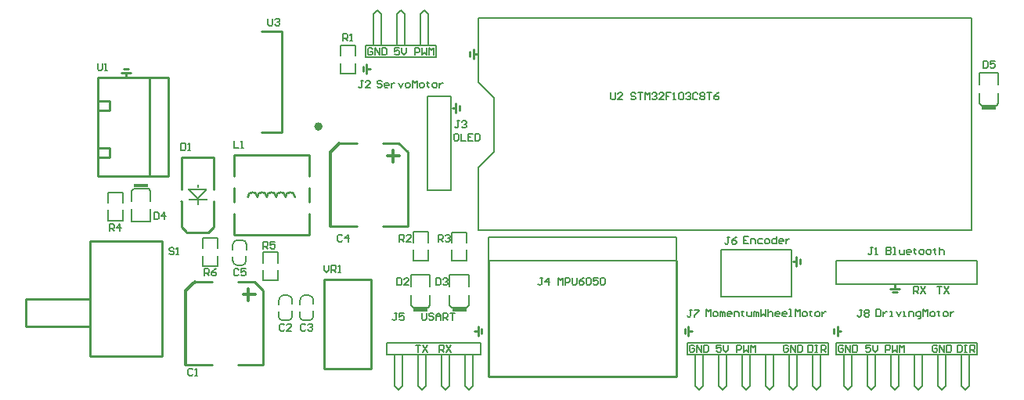
<source format=gto>
G04*
G04 #@! TF.GenerationSoftware,Altium Limited,Altium Designer,21.0.8 (223)*
G04*
G04 Layer_Color=65535*
%FSLAX24Y24*%
%MOIN*%
G70*
G04*
G04 #@! TF.SameCoordinates,5611F575-40E7-4C37-80B7-B37D46D1236C*
G04*
G04*
G04 #@! TF.FilePolarity,Positive*
G04*
G01*
G75*
%ADD10C,0.0197*%
%ADD11C,0.0079*%
%ADD12C,0.0100*%
%ADD13C,0.0080*%
%ADD14C,0.0118*%
%ADD15C,0.0050*%
%ADD16C,0.0060*%
%ADD17R,0.0630X0.0118*%
%ADD18R,0.0070X0.0190*%
G04:AMPARAMS|DCode=19|XSize=8.5mil|YSize=56mil|CornerRadius=0mil|HoleSize=0mil|Usage=FLASHONLY|Rotation=315.000|XOffset=0mil|YOffset=0mil|HoleType=Round|Shape=Rectangle|*
%AMROTATEDRECTD19*
4,1,4,-0.0228,-0.0168,0.0168,0.0228,0.0228,0.0168,-0.0168,-0.0228,-0.0228,-0.0168,0.0*
%
%ADD19ROTATEDRECTD19*%

%ADD20R,0.0070X0.0180*%
%ADD21R,0.0830X0.0075*%
%ADD22R,0.0820X0.0080*%
G04:AMPARAMS|DCode=23|XSize=8.5mil|YSize=56mil|CornerRadius=0mil|HoleSize=0mil|Usage=FLASHONLY|Rotation=45.000|XOffset=0mil|YOffset=0mil|HoleType=Round|Shape=Rectangle|*
%AMROTATEDRECTD23*
4,1,4,0.0168,-0.0228,-0.0228,0.0168,-0.0168,0.0228,0.0228,-0.0168,0.0168,-0.0228,0.0*
%
%ADD23ROTATEDRECTD23*%

D10*
X10129Y11400D02*
G03*
X10129Y11400I-79J0D01*
G01*
D11*
X9260Y3300D02*
G03*
X9440Y3140I170J10D01*
G01*
X9440Y4210D02*
G03*
X9270Y4000I20J-190D01*
G01*
X9840Y4000D02*
G03*
X9640Y4210I-205J5D01*
G01*
X9640Y3140D02*
G03*
X9830Y3300I15J175D01*
G01*
X8360Y3300D02*
G03*
X8540Y3140I170J10D01*
G01*
X8540Y4210D02*
G03*
X8370Y4000I20J-190D01*
G01*
X8940Y4000D02*
G03*
X8740Y4210I-205J5D01*
G01*
X8740Y3140D02*
G03*
X8930Y3300I15J175D01*
G01*
X6600Y6560D02*
G03*
X6410Y6400I-15J-175D01*
G01*
X6400Y5700D02*
G03*
X6600Y5490I205J-5D01*
G01*
X6800Y5490D02*
G03*
X6970Y5700I-20J190D01*
G01*
X6980Y6400D02*
G03*
X6800Y6560I-170J-10D01*
G01*
X38193Y13697D02*
X39007D01*
X38285Y12303D02*
X38915D01*
X39007Y13177D02*
Y13697D01*
X38193Y13177D02*
Y13697D01*
Y12390D02*
Y12823D01*
Y12390D02*
X38285Y12303D01*
X38915D02*
X39007Y12396D01*
Y12823D01*
X9260Y3300D02*
Y3530D01*
X9440Y3140D02*
X9640D01*
X9830Y3300D02*
Y3560D01*
X9840Y3840D02*
Y4000D01*
X9440Y4210D02*
X9640D01*
X9270Y3820D02*
Y4000D01*
X8360Y3300D02*
Y3530D01*
X8540Y3140D02*
X8740D01*
X8930Y3300D02*
Y3560D01*
X8940Y3840D02*
Y4000D01*
X8540Y4210D02*
X8740D01*
X8370Y3820D02*
Y4000D01*
X8311Y5604D02*
Y6051D01*
Y4843D02*
Y5289D01*
X7689Y5604D02*
Y6051D01*
Y4843D02*
X8311D01*
X7689Y6051D02*
X8311D01*
X7689Y4843D02*
Y5289D01*
X6970Y5700D02*
Y5880D01*
X6600Y5490D02*
X6800D01*
X6400Y5700D02*
Y5860D01*
X6410Y6140D02*
Y6400D01*
X6600Y6560D02*
X6800D01*
X6980Y6170D02*
Y6400D01*
X5761Y6207D02*
Y6654D01*
Y5446D02*
Y5893D01*
X5139Y6207D02*
Y6654D01*
Y5446D02*
X5761D01*
X5139Y6654D02*
X5761D01*
X5139Y5446D02*
Y5893D01*
X14700Y12700D02*
X15700D01*
Y8700D02*
Y12700D01*
X14700Y8700D02*
Y12700D01*
Y8700D02*
X15700D01*
X12950Y2200D02*
X16950D01*
X12950Y1700D02*
Y2200D01*
X16617Y367D02*
Y1700D01*
X16450Y200D02*
X16617Y367D01*
X16283D02*
X16450Y200D01*
X16283Y367D02*
Y1700D01*
X15617Y367D02*
Y1700D01*
X15450Y200D02*
X15617Y367D01*
X15283D02*
X15450Y200D01*
X15283Y367D02*
Y1700D01*
X14617Y367D02*
Y1700D01*
X14450Y200D02*
X14617Y367D01*
X14283D02*
X14450Y200D01*
X14283Y367D02*
Y1700D01*
X13617Y367D02*
Y1700D01*
X13450Y200D02*
X13617Y367D01*
X13283D02*
X13450Y200D01*
X13283Y367D02*
Y1700D01*
X16950D02*
Y2200D01*
X12950Y1700D02*
X16950D01*
X27200Y4150D02*
Y6150D01*
X30200Y4150D02*
Y6150D01*
X27200Y4150D02*
X30200D01*
X27200Y6150D02*
X30200D01*
X27200D02*
X29117D01*
X32100Y4700D02*
Y5700D01*
X38100D01*
X32100Y4700D02*
X38100D01*
Y5700D01*
X32100Y1700D02*
X38100D01*
Y2200D01*
X32433Y367D02*
Y1700D01*
Y367D02*
X32600Y200D01*
X32767Y367D01*
Y1700D01*
X33433Y367D02*
Y1700D01*
Y367D02*
X33600Y200D01*
X33767Y367D01*
Y1700D01*
X34433Y367D02*
Y1700D01*
Y367D02*
X34600Y200D01*
X34767Y367D01*
Y1700D01*
X35433Y367D02*
Y1700D01*
Y367D02*
X35600Y200D01*
X35767Y367D01*
Y1700D01*
X36433Y367D02*
Y1700D01*
Y367D02*
X36600Y200D01*
X36767Y367D01*
Y1700D01*
X37433Y367D02*
Y1700D01*
Y367D02*
X37600Y200D01*
X37767Y367D01*
Y1700D01*
X32100D02*
Y2200D01*
X38100D01*
X25750D02*
X31750D01*
X25750Y1700D02*
Y2200D01*
X31417Y367D02*
Y1700D01*
X31250Y200D02*
X31417Y367D01*
X31083D02*
X31250Y200D01*
X31083Y367D02*
Y1700D01*
X30417Y367D02*
Y1700D01*
X30250Y200D02*
X30417Y367D01*
X30083D02*
X30250Y200D01*
X30083Y367D02*
Y1700D01*
X29417Y367D02*
Y1700D01*
X29250Y200D02*
X29417Y367D01*
X29083D02*
X29250Y200D01*
X29083Y367D02*
Y1700D01*
X28417Y367D02*
Y1700D01*
X28250Y200D02*
X28417Y367D01*
X28083D02*
X28250Y200D01*
X28083Y367D02*
Y1700D01*
X27417Y367D02*
Y1700D01*
X27250Y200D02*
X27417Y367D01*
X27083D02*
X27250Y200D01*
X27083Y367D02*
Y1700D01*
X26417Y367D02*
Y1700D01*
X26250Y200D02*
X26417Y367D01*
X26083D02*
X26250Y200D01*
X26083Y367D02*
Y1700D01*
X31750D02*
Y2200D01*
X25750Y1700D02*
X31750D01*
X1711Y8157D02*
Y8604D01*
X1089Y7396D02*
X1711D01*
X1089Y8604D02*
X1711D01*
Y7396D02*
Y7843D01*
X1089Y8157D02*
Y8604D01*
Y7396D02*
Y7843D01*
X2093Y8227D02*
Y8654D01*
X2185Y8747D01*
X2815D02*
X2907Y8660D01*
Y8227D02*
Y8660D01*
Y7353D02*
Y7873D01*
X2093Y7353D02*
Y7873D01*
X2185Y8747D02*
X2815D01*
X2093Y7353D02*
X2907D01*
X17300Y5700D02*
X25300D01*
X17300D02*
Y6700D01*
X25300D01*
Y5700D02*
Y6700D01*
X12050Y14350D02*
X15050D01*
Y14850D01*
X12383D02*
Y16183D01*
X12550Y16350D01*
X12717Y16183D01*
Y14850D02*
Y16183D01*
X13383Y14850D02*
Y16183D01*
X13550Y16350D01*
X13717Y16183D01*
Y14850D02*
Y16183D01*
X14383Y14850D02*
Y16183D01*
X14550Y16350D01*
X14717Y16183D01*
Y14850D02*
Y16183D01*
X12050Y14350D02*
Y14850D01*
X15050D01*
X13993Y5097D02*
X14807D01*
X14085Y3703D02*
X14715D01*
X14807Y4577D02*
Y5097D01*
X13993Y4577D02*
Y5097D01*
Y3790D02*
Y4223D01*
Y3790D02*
X14085Y3703D01*
X14715D02*
X14807Y3796D01*
Y4223D01*
X15643Y5097D02*
X16457D01*
X15735Y3703D02*
X16365D01*
X16457Y4577D02*
Y5097D01*
X15643Y4577D02*
Y5097D01*
Y3790D02*
Y4223D01*
Y3790D02*
X15735Y3703D01*
X16365D02*
X16457Y3796D01*
Y4223D01*
X15739Y5696D02*
Y6143D01*
Y6457D02*
Y6904D01*
X16361Y5696D02*
Y6143D01*
X15739Y6904D02*
X16361D01*
X15739Y5696D02*
X16361D01*
Y6457D02*
Y6904D01*
X14089Y5696D02*
Y6143D01*
Y6458D02*
Y6905D01*
X14711Y5696D02*
Y6143D01*
X14089Y6905D02*
X14711D01*
X14089Y5696D02*
X14711D01*
Y6458D02*
Y6905D01*
X11611Y14407D02*
Y14854D01*
Y13646D02*
Y14093D01*
X10989Y14407D02*
Y14854D01*
Y13646D02*
X11611D01*
X10989Y14854D02*
X11611D01*
X10989Y13646D02*
Y14093D01*
D12*
X7450Y8400D02*
G03*
X7050Y8400I-200J0D01*
G01*
X7850D02*
G03*
X7450Y8400I-200J0D01*
G01*
X9050D02*
G03*
X8650Y8400I-200J0D01*
G01*
D02*
G03*
X8250Y8400I-200J0D01*
G01*
D02*
G03*
X7850Y8400I-200J0D01*
G01*
X7623Y11150D02*
X8509D01*
Y15450D01*
X7623D02*
X8509D01*
X2700Y6530D02*
X3389D01*
Y1608D02*
Y6530D01*
X3291Y1608D02*
X3389D01*
X2700D02*
X3291D01*
X338Y6530D02*
X2700D01*
X338Y1608D02*
Y6530D01*
Y1608D02*
X2700D01*
X-2418Y4069D02*
X338D01*
X-2418Y2888D02*
Y4069D01*
Y2888D02*
X338D01*
X7707Y1260D02*
Y4418D01*
X7324Y4802D02*
X7707Y4418D01*
X6640Y4802D02*
X7324D01*
X4782D02*
X5540D01*
X4400Y4420D02*
X4782Y4802D01*
X4400Y1260D02*
Y4420D01*
Y1260D02*
X5540D01*
X6640D02*
X7707D01*
X34400Y4500D02*
X34800D01*
X34500Y4350D02*
X34700D01*
X34600Y4500D02*
Y4650D01*
X30400Y5450D02*
Y5850D01*
X30550Y5550D02*
Y5750D01*
X30250Y5650D02*
X30400D01*
X32150Y2500D02*
Y2900D01*
X32000Y2600D02*
Y2800D01*
X32150Y2700D02*
X32300D01*
X25800Y2500D02*
Y2900D01*
X25650Y2600D02*
Y2800D01*
X25800Y2700D02*
X25950D01*
X16850Y2500D02*
Y2900D01*
X17000Y2600D02*
Y2800D01*
X16700Y2700D02*
X16850D01*
X15900Y12000D02*
Y12400D01*
X16050Y12100D02*
Y12300D01*
X15750Y12200D02*
X15900D01*
X16650Y14300D02*
Y14700D01*
X16500Y14400D02*
Y14600D01*
X16650Y14500D02*
X16800D01*
X12100Y13650D02*
Y14050D01*
X11950Y13750D02*
Y13950D01*
X12100Y13850D02*
X12250D01*
X1850Y13550D02*
Y13700D01*
X1750Y13850D02*
X1950D01*
X1650Y13700D02*
X2050D01*
X13857Y7160D02*
Y10318D01*
X13474Y10702D02*
X13857Y10318D01*
X12790Y10702D02*
X13474D01*
X10932D02*
X11690D01*
X10550Y10320D02*
X10932Y10702D01*
X10550Y7160D02*
Y10320D01*
Y7160D02*
X11690D01*
X12790D02*
X13857D01*
X17300Y750D02*
X25300D01*
X17300D02*
Y5700D01*
X25300Y750D02*
Y5700D01*
X10300Y4900D02*
X12300D01*
X10300Y1100D02*
Y4900D01*
Y1100D02*
X12300D01*
Y4900D01*
X650Y10100D02*
X1150D01*
Y10500D01*
X650D02*
X1150D01*
X650Y13500D02*
X3650D01*
Y9300D02*
Y13500D01*
X650Y9300D02*
X3650D01*
X650D02*
Y13500D01*
X2850Y9300D02*
Y13500D01*
X650Y12500D02*
X1150D01*
Y12100D02*
Y12500D01*
X650Y12100D02*
X1150D01*
X9650Y8200D02*
Y8800D01*
X6450Y8200D02*
Y8800D01*
Y9300D02*
Y10200D01*
X9650D01*
Y9300D02*
Y10200D01*
Y6800D02*
Y7700D01*
X6450Y6800D02*
X9650D01*
X6450D02*
Y7700D01*
X4430Y6908D02*
X4438Y6900D01*
X5370D01*
X4210Y8228D02*
X4211Y8227D01*
Y7218D02*
Y8227D01*
Y7127D02*
X4430Y6908D01*
X4211Y7127D02*
Y7218D01*
X5589Y8219D02*
X5590Y8220D01*
X5589Y7210D02*
Y8219D01*
X5370Y6900D02*
X5589Y7119D01*
Y7210D01*
Y8713D02*
Y10091D01*
X4211Y8713D02*
Y10091D01*
X5589D01*
D13*
X17535Y10337D02*
Y12608D01*
X16850Y6972D02*
X37850D01*
Y16028D01*
X16850D02*
X37850D01*
X16850Y9652D02*
X17535Y10337D01*
X16850Y6972D02*
Y9652D01*
Y13293D02*
X17535Y12608D01*
X16850Y13293D02*
Y16028D01*
D14*
X4782Y4802D02*
X4784D01*
X4400Y4420D02*
X4782Y4802D01*
X4400Y1260D02*
Y4420D01*
X6844Y4240D02*
X7344D01*
X7074Y3980D02*
Y4480D01*
X10932Y10702D02*
X10934D01*
X10550Y10320D02*
X10932Y10702D01*
X10550Y7160D02*
Y10320D01*
X12994Y10140D02*
X13494D01*
X13224Y9880D02*
Y10380D01*
D15*
X7900Y16000D02*
Y15750D01*
X7950Y15700D01*
X8050D01*
X8100Y15750D01*
Y16000D01*
X8200Y15950D02*
X8250Y16000D01*
X8350D01*
X8400Y15950D01*
Y15900D01*
X8350Y15850D01*
X8300D01*
X8350D01*
X8400Y15800D01*
Y15750D01*
X8350Y15700D01*
X8250D01*
X8200Y15750D01*
X36400Y4600D02*
X36600D01*
X36500D01*
Y4300D01*
X36700Y4600D02*
X36900Y4300D01*
Y4600D02*
X36700Y4300D01*
X35400D02*
Y4600D01*
X35550D01*
X35600Y4550D01*
Y4450D01*
X35550Y4400D01*
X35400D01*
X35500D02*
X35600Y4300D01*
X35700Y4600D02*
X35900Y4300D01*
Y4600D02*
X35700Y4300D01*
X15200Y1800D02*
Y2100D01*
X15350D01*
X15400Y2050D01*
Y1950D01*
X15350Y1900D01*
X15200D01*
X15300D02*
X15400Y1800D01*
X15500Y2100D02*
X15700Y1800D01*
Y2100D02*
X15500Y1800D01*
X14200Y2100D02*
X14400D01*
X14300D01*
Y1800D01*
X14500Y2100D02*
X14700Y1800D01*
Y2100D02*
X14500Y1800D01*
X14145Y14448D02*
Y14748D01*
X14295D01*
X14345Y14698D01*
Y14598D01*
X14295Y14548D01*
X14145D01*
X14445Y14748D02*
Y14448D01*
X14545Y14548D01*
X14645Y14448D01*
Y14748D01*
X14745Y14448D02*
Y14748D01*
X14845Y14648D01*
X14945Y14748D01*
Y14448D01*
X13495Y14748D02*
X13295D01*
Y14598D01*
X13395Y14648D01*
X13445D01*
X13495Y14598D01*
Y14498D01*
X13445Y14448D01*
X13345D01*
X13295Y14498D01*
X13595Y14748D02*
Y14548D01*
X13695Y14448D01*
X13795Y14548D01*
Y14748D01*
X12345Y14698D02*
X12295Y14748D01*
X12195D01*
X12145Y14698D01*
Y14498D01*
X12195Y14448D01*
X12295D01*
X12345Y14498D01*
Y14598D01*
X12245D01*
X12445Y14448D02*
Y14748D01*
X12645Y14448D01*
Y14748D01*
X12745D02*
Y14448D01*
X12895D01*
X12945Y14498D01*
Y14698D01*
X12895Y14748D01*
X12745D01*
X34195Y1798D02*
Y2098D01*
X34345D01*
X34395Y2048D01*
Y1948D01*
X34345Y1898D01*
X34195D01*
X34495Y2098D02*
Y1798D01*
X34595Y1898D01*
X34695Y1798D01*
Y2098D01*
X34795Y1798D02*
Y2098D01*
X34895Y1998D01*
X34995Y2098D01*
Y1798D01*
X37245Y2098D02*
Y1798D01*
X37395D01*
X37445Y1848D01*
Y2048D01*
X37395Y2098D01*
X37245D01*
X37545D02*
X37645D01*
X37595D01*
Y1798D01*
X37545D01*
X37645D01*
X37795D02*
Y2098D01*
X37945D01*
X37995Y2048D01*
Y1948D01*
X37945Y1898D01*
X37795D01*
X37895D02*
X37995Y1798D01*
X33545Y2098D02*
X33345D01*
Y1948D01*
X33445Y1998D01*
X33495D01*
X33545Y1948D01*
Y1848D01*
X33495Y1798D01*
X33395D01*
X33345Y1848D01*
X33645Y2098D02*
Y1898D01*
X33745Y1798D01*
X33845Y1898D01*
Y2098D01*
X32395Y2048D02*
X32345Y2098D01*
X32245D01*
X32195Y2048D01*
Y1848D01*
X32245Y1798D01*
X32345D01*
X32395Y1848D01*
Y1948D01*
X32295D01*
X32495Y1798D02*
Y2098D01*
X32695Y1798D01*
Y2098D01*
X32795D02*
Y1798D01*
X32945D01*
X32995Y1848D01*
Y2048D01*
X32945Y2098D01*
X32795D01*
X36395Y2048D02*
X36345Y2098D01*
X36245D01*
X36195Y2048D01*
Y1848D01*
X36245Y1798D01*
X36345D01*
X36395Y1848D01*
Y1948D01*
X36295D01*
X36495Y1798D02*
Y2098D01*
X36695Y1798D01*
Y2098D01*
X36795D02*
Y1798D01*
X36945D01*
X36995Y1848D01*
Y2048D01*
X36945Y2098D01*
X36795D01*
X30050Y2050D02*
X30000Y2100D01*
X29900D01*
X29850Y2050D01*
Y1850D01*
X29900Y1800D01*
X30000D01*
X30050Y1850D01*
Y1950D01*
X29950D01*
X30150Y1800D02*
Y2100D01*
X30350Y1800D01*
Y2100D01*
X30450D02*
Y1800D01*
X30600D01*
X30650Y1850D01*
Y2050D01*
X30600Y2100D01*
X30450D01*
X26050Y2050D02*
X26000Y2100D01*
X25900D01*
X25850Y2050D01*
Y1850D01*
X25900Y1800D01*
X26000D01*
X26050Y1850D01*
Y1950D01*
X25950D01*
X26150Y1800D02*
Y2100D01*
X26350Y1800D01*
Y2100D01*
X26450D02*
Y1800D01*
X26600D01*
X26650Y1850D01*
Y2050D01*
X26600Y2100D01*
X26450D01*
X27200D02*
X27000D01*
Y1950D01*
X27100Y2000D01*
X27150D01*
X27200Y1950D01*
Y1850D01*
X27150Y1800D01*
X27050D01*
X27000Y1850D01*
X27300Y2100D02*
Y1900D01*
X27400Y1800D01*
X27500Y1900D01*
Y2100D01*
X30900D02*
Y1800D01*
X31050D01*
X31100Y1850D01*
Y2050D01*
X31050Y2100D01*
X30900D01*
X31200D02*
X31300D01*
X31250D01*
Y1800D01*
X31200D01*
X31300D01*
X31450D02*
Y2100D01*
X31600D01*
X31650Y2050D01*
Y1950D01*
X31600Y1900D01*
X31450D01*
X31550D02*
X31650Y1800D01*
X27850D02*
Y2100D01*
X28000D01*
X28050Y2050D01*
Y1950D01*
X28000Y1900D01*
X27850D01*
X28150Y2100D02*
Y1800D01*
X28250Y1900D01*
X28350Y1800D01*
Y2100D01*
X28450Y1800D02*
Y2100D01*
X28550Y2000D01*
X28650Y2100D01*
Y1800D01*
X38350Y14200D02*
Y13900D01*
X38500D01*
X38550Y13950D01*
Y14150D01*
X38500Y14200D01*
X38350D01*
X38850D02*
X38650D01*
Y14050D01*
X38750Y14100D01*
X38800D01*
X38850Y14050D01*
Y13950D01*
X38800Y13900D01*
X38700D01*
X38650Y13950D01*
X22500Y12850D02*
Y12600D01*
X22550Y12550D01*
X22650D01*
X22700Y12600D01*
Y12850D01*
X23000Y12550D02*
X22800D01*
X23000Y12750D01*
Y12800D01*
X22950Y12850D01*
X22850D01*
X22800Y12800D01*
X9500Y2950D02*
X9450Y3000D01*
X9350D01*
X9300Y2950D01*
Y2750D01*
X9350Y2700D01*
X9450D01*
X9500Y2750D01*
X9600Y2950D02*
X9650Y3000D01*
X9750D01*
X9800Y2950D01*
Y2900D01*
X9750Y2850D01*
X9700D01*
X9750D01*
X9800Y2800D01*
Y2750D01*
X9750Y2700D01*
X9650D01*
X9600Y2750D01*
X8600Y2950D02*
X8550Y3000D01*
X8450D01*
X8400Y2950D01*
Y2750D01*
X8450Y2700D01*
X8550D01*
X8600Y2750D01*
X8900Y2700D02*
X8700D01*
X8900Y2900D01*
Y2950D01*
X8850Y3000D01*
X8750D01*
X8700Y2950D01*
X7700Y6200D02*
Y6500D01*
X7850D01*
X7900Y6450D01*
Y6350D01*
X7850Y6300D01*
X7700D01*
X7800D02*
X7900Y6200D01*
X8200Y6500D02*
X8000D01*
Y6350D01*
X8100Y6400D01*
X8150D01*
X8200Y6350D01*
Y6250D01*
X8150Y6200D01*
X8050D01*
X8000Y6250D01*
X6650Y5300D02*
X6600Y5350D01*
X6500D01*
X6450Y5300D01*
Y5100D01*
X6500Y5050D01*
X6600D01*
X6650Y5100D01*
X6950Y5350D02*
X6750D01*
Y5200D01*
X6850Y5250D01*
X6900D01*
X6950Y5200D01*
Y5100D01*
X6900Y5050D01*
X6800D01*
X6750Y5100D01*
X5200Y5050D02*
Y5350D01*
X5350D01*
X5400Y5300D01*
Y5200D01*
X5350Y5150D01*
X5200D01*
X5300D02*
X5400Y5050D01*
X5700Y5350D02*
X5600Y5300D01*
X5500Y5200D01*
Y5100D01*
X5550Y5050D01*
X5650D01*
X5700Y5100D01*
Y5150D01*
X5650Y5200D01*
X5500D01*
X10300Y5500D02*
Y5300D01*
X10400Y5200D01*
X10500Y5300D01*
Y5500D01*
X10600Y5200D02*
Y5500D01*
X10750D01*
X10800Y5450D01*
Y5350D01*
X10750Y5300D01*
X10600D01*
X10700D02*
X10800Y5200D01*
X10900D02*
X11000D01*
X10950D01*
Y5500D01*
X10900Y5450D01*
X650Y14100D02*
Y13850D01*
X700Y13800D01*
X800D01*
X850Y13850D01*
Y14100D01*
X950Y13800D02*
X1050D01*
X1000D01*
Y14100D01*
X950Y14050D01*
X3900Y6200D02*
X3850Y6250D01*
X3750D01*
X3700Y6200D01*
Y6150D01*
X3750Y6100D01*
X3850D01*
X3900Y6050D01*
Y6000D01*
X3850Y5950D01*
X3750D01*
X3700Y6000D01*
X4000Y5950D02*
X4100D01*
X4050D01*
Y6250D01*
X4000Y6200D01*
X1150Y6950D02*
Y7250D01*
X1300D01*
X1350Y7200D01*
Y7100D01*
X1300Y7050D01*
X1150D01*
X1250D02*
X1350Y6950D01*
X1600D02*
Y7250D01*
X1450Y7100D01*
X1650D01*
X15150Y6500D02*
Y6800D01*
X15300D01*
X15350Y6750D01*
Y6650D01*
X15300Y6600D01*
X15150D01*
X15250D02*
X15350Y6500D01*
X15450Y6750D02*
X15500Y6800D01*
X15600D01*
X15650Y6750D01*
Y6700D01*
X15600Y6650D01*
X15550D01*
X15600D01*
X15650Y6600D01*
Y6550D01*
X15600Y6500D01*
X15500D01*
X15450Y6550D01*
X13500Y6501D02*
Y6801D01*
X13650D01*
X13700Y6751D01*
Y6651D01*
X13650Y6601D01*
X13500D01*
X13600D02*
X13700Y6501D01*
X14000D02*
X13800D01*
X14000Y6701D01*
Y6751D01*
X13950Y6801D01*
X13850D01*
X13800Y6751D01*
X11100Y15050D02*
Y15350D01*
X11250D01*
X11300Y15300D01*
Y15200D01*
X11250Y15150D01*
X11100D01*
X11200D02*
X11300Y15050D01*
X11400D02*
X11500D01*
X11450D01*
Y15350D01*
X11400Y15300D01*
X6450Y10800D02*
Y10500D01*
X6650D01*
X6750D02*
X6850D01*
X6800D01*
Y10800D01*
X6750Y10750D01*
X33210Y3590D02*
X33110D01*
X33160D01*
Y3340D01*
X33110Y3290D01*
X33060D01*
X33010Y3340D01*
X33310Y3540D02*
X33360Y3590D01*
X33460D01*
X33510Y3540D01*
Y3490D01*
X33460Y3440D01*
X33510Y3390D01*
Y3340D01*
X33460Y3290D01*
X33360D01*
X33310Y3340D01*
Y3390D01*
X33360Y3440D01*
X33310Y3490D01*
Y3540D01*
X33360Y3440D02*
X33460D01*
X25960Y3590D02*
X25860D01*
X25910D01*
Y3340D01*
X25860Y3290D01*
X25810D01*
X25760Y3340D01*
X26060Y3590D02*
X26260D01*
Y3540D01*
X26060Y3340D01*
Y3290D01*
X27560Y6690D02*
X27460D01*
X27510D01*
Y6440D01*
X27460Y6390D01*
X27410D01*
X27360Y6440D01*
X27860Y6690D02*
X27760Y6640D01*
X27660Y6540D01*
Y6440D01*
X27710Y6390D01*
X27810D01*
X27860Y6440D01*
Y6490D01*
X27810Y6540D01*
X27660D01*
X13400Y3450D02*
X13300D01*
X13350D01*
Y3200D01*
X13300Y3150D01*
X13250D01*
X13200Y3200D01*
X13700Y3450D02*
X13500D01*
Y3300D01*
X13600Y3350D01*
X13650D01*
X13700Y3300D01*
Y3200D01*
X13650Y3150D01*
X13550D01*
X13500Y3200D01*
X19600Y4950D02*
X19500D01*
X19550D01*
Y4700D01*
X19500Y4650D01*
X19450D01*
X19400Y4700D01*
X19850Y4650D02*
Y4950D01*
X19700Y4800D01*
X19900D01*
X16050Y11650D02*
X15950D01*
X16000D01*
Y11400D01*
X15950Y11350D01*
X15900D01*
X15850Y11400D01*
X16150Y11600D02*
X16200Y11650D01*
X16300D01*
X16350Y11600D01*
Y11550D01*
X16300Y11500D01*
X16250D01*
X16300D01*
X16350Y11450D01*
Y11400D01*
X16300Y11350D01*
X16200D01*
X16150Y11400D01*
X11950Y13350D02*
X11850D01*
X11900D01*
Y13100D01*
X11850Y13050D01*
X11800D01*
X11750Y13100D01*
X12250Y13050D02*
X12050D01*
X12250Y13250D01*
Y13300D01*
X12200Y13350D01*
X12100D01*
X12050Y13300D01*
X33650Y6250D02*
X33550D01*
X33600D01*
Y6000D01*
X33550Y5950D01*
X33500D01*
X33450Y6000D01*
X33750Y5950D02*
X33850D01*
X33800D01*
Y6250D01*
X33750Y6200D01*
X3050Y7750D02*
Y7450D01*
X3200D01*
X3250Y7500D01*
Y7700D01*
X3200Y7750D01*
X3050D01*
X3500Y7450D02*
Y7750D01*
X3350Y7600D01*
X3550D01*
X15050Y4950D02*
Y4650D01*
X15200D01*
X15250Y4700D01*
Y4900D01*
X15200Y4950D01*
X15050D01*
X15350Y4900D02*
X15400Y4950D01*
X15500D01*
X15550Y4900D01*
Y4850D01*
X15500Y4800D01*
X15450D01*
X15500D01*
X15550Y4750D01*
Y4700D01*
X15500Y4650D01*
X15400D01*
X15350Y4700D01*
X13400Y4950D02*
Y4650D01*
X13550D01*
X13600Y4700D01*
Y4900D01*
X13550Y4950D01*
X13400D01*
X13900Y4650D02*
X13700D01*
X13900Y4850D01*
Y4900D01*
X13850Y4950D01*
X13750D01*
X13700Y4900D01*
X4210Y10690D02*
Y10390D01*
X4360D01*
X4410Y10440D01*
Y10640D01*
X4360Y10690D01*
X4210D01*
X4510Y10390D02*
X4610D01*
X4560D01*
Y10690D01*
X4510Y10640D01*
X11073Y6751D02*
X11023Y6801D01*
X10923D01*
X10873Y6751D01*
Y6551D01*
X10923Y6501D01*
X11023D01*
X11073Y6551D01*
X11323Y6501D02*
Y6801D01*
X11173Y6651D01*
X11373D01*
X4700Y1050D02*
X4650Y1100D01*
X4550D01*
X4500Y1050D01*
Y850D01*
X4550Y800D01*
X4650D01*
X4700Y850D01*
X4800Y800D02*
X4900D01*
X4850D01*
Y1100D01*
X4800Y1050D01*
D16*
X15975Y11101D02*
X15875D01*
X15825Y11051D01*
Y10851D01*
X15875Y10801D01*
X15975D01*
X16025Y10851D01*
Y11051D01*
X15975Y11101D01*
X16125D02*
Y10801D01*
X16325D01*
X16625Y11101D02*
X16425D01*
Y10801D01*
X16625D01*
X16425Y10951D02*
X16525D01*
X16725Y11101D02*
Y10801D01*
X16875D01*
X16925Y10851D01*
Y11051D01*
X16875Y11101D01*
X16725D01*
X12760Y13310D02*
X12710Y13360D01*
X12610D01*
X12560Y13310D01*
Y13260D01*
X12610Y13210D01*
X12710D01*
X12760Y13160D01*
Y13110D01*
X12710Y13060D01*
X12610D01*
X12560Y13110D01*
X13010Y13060D02*
X12910D01*
X12860Y13110D01*
Y13210D01*
X12910Y13260D01*
X13010D01*
X13060Y13210D01*
Y13160D01*
X12860D01*
X13160Y13260D02*
Y13060D01*
Y13160D01*
X13210Y13210D01*
X13260Y13260D01*
X13310D01*
X13460D02*
X13560Y13060D01*
X13660Y13260D01*
X13810Y13060D02*
X13910D01*
X13960Y13110D01*
Y13210D01*
X13910Y13260D01*
X13810D01*
X13760Y13210D01*
Y13110D01*
X13810Y13060D01*
X14060D02*
Y13360D01*
X14159Y13260D01*
X14259Y13360D01*
Y13060D01*
X14409D02*
X14509D01*
X14559Y13110D01*
Y13210D01*
X14509Y13260D01*
X14409D01*
X14359Y13210D01*
Y13110D01*
X14409Y13060D01*
X14709Y13310D02*
Y13260D01*
X14659D01*
X14759D01*
X14709D01*
Y13110D01*
X14759Y13060D01*
X14959D02*
X15059D01*
X15109Y13110D01*
Y13210D01*
X15059Y13260D01*
X14959D01*
X14909Y13210D01*
Y13110D01*
X14959Y13060D01*
X15209Y13260D02*
Y13060D01*
Y13160D01*
X15259Y13210D01*
X15309Y13260D01*
X15359D01*
X14460Y3460D02*
Y3210D01*
X14510Y3160D01*
X14610D01*
X14660Y3210D01*
Y3460D01*
X14960Y3410D02*
X14910Y3460D01*
X14810D01*
X14760Y3410D01*
Y3360D01*
X14810Y3310D01*
X14910D01*
X14960Y3260D01*
Y3210D01*
X14910Y3160D01*
X14810D01*
X14760Y3210D01*
X15060Y3160D02*
Y3360D01*
X15160Y3460D01*
X15260Y3360D01*
Y3160D01*
Y3310D01*
X15060D01*
X15360Y3160D02*
Y3460D01*
X15510D01*
X15560Y3410D01*
Y3310D01*
X15510Y3260D01*
X15360D01*
X15460D02*
X15560Y3160D01*
X15660Y3460D02*
X15860D01*
X15760D01*
Y3160D01*
X23560Y12803D02*
X23510Y12853D01*
X23410D01*
X23360Y12803D01*
Y12753D01*
X23410Y12703D01*
X23510D01*
X23560Y12653D01*
Y12603D01*
X23510Y12553D01*
X23410D01*
X23360Y12603D01*
X23660Y12853D02*
X23860D01*
X23760D01*
Y12553D01*
X23960D02*
Y12853D01*
X24060Y12753D01*
X24160Y12853D01*
Y12553D01*
X24260Y12803D02*
X24310Y12853D01*
X24410D01*
X24460Y12803D01*
Y12753D01*
X24410Y12703D01*
X24360D01*
X24410D01*
X24460Y12653D01*
Y12603D01*
X24410Y12553D01*
X24310D01*
X24260Y12603D01*
X24760Y12553D02*
X24560D01*
X24760Y12753D01*
Y12803D01*
X24710Y12853D01*
X24610D01*
X24560Y12803D01*
X25059Y12853D02*
X24859D01*
Y12703D01*
X24959D01*
X24859D01*
Y12553D01*
X25159D02*
X25259D01*
X25209D01*
Y12853D01*
X25159Y12803D01*
X25409D02*
X25459Y12853D01*
X25559D01*
X25609Y12803D01*
Y12603D01*
X25559Y12553D01*
X25459D01*
X25409Y12603D01*
Y12803D01*
X25709D02*
X25759Y12853D01*
X25859D01*
X25909Y12803D01*
Y12753D01*
X25859Y12703D01*
X25809D01*
X25859D01*
X25909Y12653D01*
Y12603D01*
X25859Y12553D01*
X25759D01*
X25709Y12603D01*
X26209Y12803D02*
X26159Y12853D01*
X26059D01*
X26009Y12803D01*
Y12603D01*
X26059Y12553D01*
X26159D01*
X26209Y12603D01*
X26309Y12803D02*
X26359Y12853D01*
X26459D01*
X26509Y12803D01*
Y12753D01*
X26459Y12703D01*
X26509Y12653D01*
Y12603D01*
X26459Y12553D01*
X26359D01*
X26309Y12603D01*
Y12653D01*
X26359Y12703D01*
X26309Y12753D01*
Y12803D01*
X26359Y12703D02*
X26459D01*
X26609Y12853D02*
X26809D01*
X26709D01*
Y12553D01*
X27109Y12853D02*
X27009Y12803D01*
X26909Y12703D01*
Y12603D01*
X26959Y12553D01*
X27059D01*
X27109Y12603D01*
Y12653D01*
X27059Y12703D01*
X26909D01*
X28360Y6710D02*
X28160D01*
Y6410D01*
X28360D01*
X28160Y6560D02*
X28260D01*
X28460Y6410D02*
Y6610D01*
X28610D01*
X28660Y6560D01*
Y6410D01*
X28960Y6610D02*
X28810D01*
X28760Y6560D01*
Y6460D01*
X28810Y6410D01*
X28960D01*
X29110D02*
X29210D01*
X29260Y6460D01*
Y6560D01*
X29210Y6610D01*
X29110D01*
X29060Y6560D01*
Y6460D01*
X29110Y6410D01*
X29560Y6710D02*
Y6410D01*
X29410D01*
X29360Y6460D01*
Y6560D01*
X29410Y6610D01*
X29560D01*
X29809Y6410D02*
X29709D01*
X29660Y6460D01*
Y6560D01*
X29709Y6610D01*
X29809D01*
X29859Y6560D01*
Y6510D01*
X29660D01*
X29959Y6610D02*
Y6410D01*
Y6510D01*
X30009Y6560D01*
X30059Y6610D01*
X30109D01*
X34234Y6255D02*
Y5955D01*
X34384D01*
X34434Y6005D01*
Y6055D01*
X34384Y6105D01*
X34234D01*
X34384D01*
X34434Y6155D01*
Y6205D01*
X34384Y6255D01*
X34234D01*
X34534Y5955D02*
X34634D01*
X34584D01*
Y6255D01*
X34534D01*
X34784Y6155D02*
Y6005D01*
X34834Y5955D01*
X34984D01*
Y6155D01*
X35234Y5955D02*
X35134D01*
X35084Y6005D01*
Y6105D01*
X35134Y6155D01*
X35234D01*
X35284Y6105D01*
Y6055D01*
X35084D01*
X35434Y6205D02*
Y6155D01*
X35384D01*
X35484D01*
X35434D01*
Y6005D01*
X35484Y5955D01*
X35684D02*
X35784D01*
X35834Y6005D01*
Y6105D01*
X35784Y6155D01*
X35684D01*
X35634Y6105D01*
Y6005D01*
X35684Y5955D01*
X35983D02*
X36083D01*
X36133Y6005D01*
Y6105D01*
X36083Y6155D01*
X35983D01*
X35933Y6105D01*
Y6005D01*
X35983Y5955D01*
X36283Y6205D02*
Y6155D01*
X36233D01*
X36333D01*
X36283D01*
Y6005D01*
X36333Y5955D01*
X36483Y6255D02*
Y5955D01*
Y6105D01*
X36533Y6155D01*
X36633D01*
X36683Y6105D01*
Y5955D01*
X33810Y3610D02*
Y3310D01*
X33960D01*
X34010Y3360D01*
Y3560D01*
X33960Y3610D01*
X33810D01*
X34110Y3510D02*
Y3310D01*
Y3410D01*
X34160Y3460D01*
X34210Y3510D01*
X34260D01*
X34410Y3310D02*
X34510D01*
X34460D01*
Y3510D01*
X34410D01*
X34660D02*
X34760Y3310D01*
X34860Y3510D01*
X34960Y3310D02*
X35060D01*
X35010D01*
Y3510D01*
X34960D01*
X35210Y3310D02*
Y3510D01*
X35359D01*
X35409Y3460D01*
Y3310D01*
X35609Y3210D02*
X35659D01*
X35709Y3260D01*
Y3510D01*
X35559D01*
X35509Y3460D01*
Y3360D01*
X35559Y3310D01*
X35709D01*
X35809D02*
Y3610D01*
X35909Y3510D01*
X36009Y3610D01*
Y3310D01*
X36159D02*
X36259D01*
X36309Y3360D01*
Y3460D01*
X36259Y3510D01*
X36159D01*
X36109Y3460D01*
Y3360D01*
X36159Y3310D01*
X36459Y3560D02*
Y3510D01*
X36409D01*
X36509D01*
X36459D01*
Y3360D01*
X36509Y3310D01*
X36709D02*
X36809D01*
X36859Y3360D01*
Y3460D01*
X36809Y3510D01*
X36709D01*
X36659Y3460D01*
Y3360D01*
X36709Y3310D01*
X36959Y3510D02*
Y3310D01*
Y3410D01*
X37009Y3460D01*
X37059Y3510D01*
X37109D01*
X26560Y3310D02*
Y3610D01*
X26660Y3510D01*
X26760Y3610D01*
Y3310D01*
X26910D02*
X27010D01*
X27060Y3360D01*
Y3460D01*
X27010Y3510D01*
X26910D01*
X26860Y3460D01*
Y3360D01*
X26910Y3310D01*
X27160D02*
Y3510D01*
X27210D01*
X27260Y3460D01*
Y3310D01*
Y3460D01*
X27310Y3510D01*
X27360Y3460D01*
Y3310D01*
X27610D02*
X27510D01*
X27460Y3360D01*
Y3460D01*
X27510Y3510D01*
X27610D01*
X27660Y3460D01*
Y3410D01*
X27460D01*
X27760Y3310D02*
Y3510D01*
X27910D01*
X27960Y3460D01*
Y3310D01*
X28110Y3560D02*
Y3510D01*
X28060D01*
X28159D01*
X28110D01*
Y3360D01*
X28159Y3310D01*
X28309Y3510D02*
Y3360D01*
X28359Y3310D01*
X28509D01*
Y3510D01*
X28609Y3310D02*
Y3510D01*
X28659D01*
X28709Y3460D01*
Y3310D01*
Y3460D01*
X28759Y3510D01*
X28809Y3460D01*
Y3310D01*
X28909Y3610D02*
Y3310D01*
X29009Y3410D01*
X29109Y3310D01*
Y3610D01*
X29209D02*
Y3310D01*
Y3460D01*
X29259Y3510D01*
X29359D01*
X29409Y3460D01*
Y3310D01*
X29659D02*
X29559D01*
X29509Y3360D01*
Y3460D01*
X29559Y3510D01*
X29659D01*
X29709Y3460D01*
Y3410D01*
X29509D01*
X29959Y3310D02*
X29859D01*
X29809Y3360D01*
Y3460D01*
X29859Y3510D01*
X29959D01*
X30009Y3460D01*
Y3410D01*
X29809D01*
X30109Y3310D02*
X30209D01*
X30159D01*
Y3610D01*
X30109D01*
X30359Y3310D02*
Y3610D01*
X30459Y3510D01*
X30559Y3610D01*
Y3310D01*
X30709D02*
X30809D01*
X30859Y3360D01*
Y3460D01*
X30809Y3510D01*
X30709D01*
X30659Y3460D01*
Y3360D01*
X30709Y3310D01*
X31009Y3560D02*
Y3510D01*
X30959D01*
X31059D01*
X31009D01*
Y3360D01*
X31059Y3310D01*
X31258D02*
X31358D01*
X31408Y3360D01*
Y3460D01*
X31358Y3510D01*
X31258D01*
X31209Y3460D01*
Y3360D01*
X31258Y3310D01*
X31508Y3510D02*
Y3310D01*
Y3410D01*
X31558Y3460D01*
X31608Y3510D01*
X31658D01*
X20260Y4660D02*
Y4960D01*
X20360Y4860D01*
X20460Y4960D01*
Y4660D01*
X20560D02*
Y4960D01*
X20710D01*
X20760Y4910D01*
Y4810D01*
X20710Y4760D01*
X20560D01*
X20860Y4960D02*
Y4710D01*
X20910Y4660D01*
X21010D01*
X21060Y4710D01*
Y4960D01*
X21360D02*
X21260Y4910D01*
X21160Y4810D01*
Y4710D01*
X21210Y4660D01*
X21310D01*
X21360Y4710D01*
Y4760D01*
X21310Y4810D01*
X21160D01*
X21460Y4910D02*
X21510Y4960D01*
X21610D01*
X21660Y4910D01*
Y4710D01*
X21610Y4660D01*
X21510D01*
X21460Y4710D01*
Y4910D01*
X21959Y4960D02*
X21760D01*
Y4810D01*
X21859Y4860D01*
X21909D01*
X21959Y4810D01*
Y4710D01*
X21909Y4660D01*
X21809D01*
X21760Y4710D01*
X22059Y4910D02*
X22109Y4960D01*
X22209D01*
X22259Y4910D01*
Y4710D01*
X22209Y4660D01*
X22109D01*
X22059Y4710D01*
Y4910D01*
D17*
X38600Y12175D02*
D03*
X2500Y8875D02*
D03*
X14400Y3575D02*
D03*
X16051D02*
D03*
D18*
X4915Y8165D02*
D03*
D19*
X5092Y8512D02*
D03*
D20*
X4915Y8840D02*
D03*
D21*
X4925Y8278D02*
D03*
D22*
X4910Y8720D02*
D03*
D23*
X4728Y8512D02*
D03*
M02*

</source>
